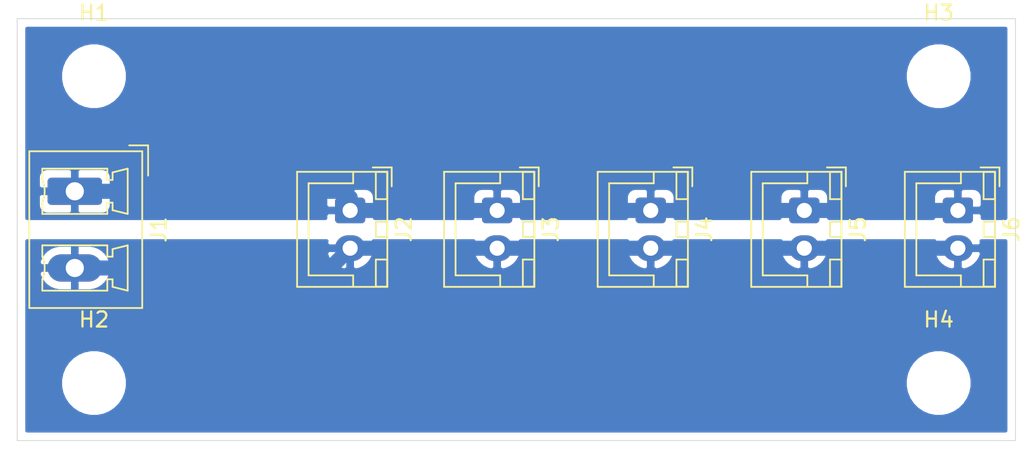
<source format=kicad_pcb>
(kicad_pcb (version 20171130) (host pcbnew 5.1.5)

  (general
    (thickness 1.6)
    (drawings 4)
    (tracks 13)
    (zones 0)
    (modules 10)
    (nets 3)
  )

  (page A4)
  (layers
    (0 F.Cu signal)
    (31 B.Cu signal)
    (32 B.Adhes user)
    (33 F.Adhes user)
    (34 B.Paste user)
    (35 F.Paste user)
    (36 B.SilkS user)
    (37 F.SilkS user)
    (38 B.Mask user)
    (39 F.Mask user)
    (40 Dwgs.User user)
    (41 Cmts.User user)
    (42 Eco1.User user)
    (43 Eco2.User user)
    (44 Edge.Cuts user)
    (45 Margin user)
    (46 B.CrtYd user)
    (47 F.CrtYd user)
    (48 B.Fab user)
    (49 F.Fab user)
  )

  (setup
    (last_trace_width 1)
    (user_trace_width 1)
    (trace_clearance 0.2)
    (zone_clearance 0.508)
    (zone_45_only no)
    (trace_min 0.2)
    (via_size 0.8)
    (via_drill 0.4)
    (via_min_size 0.4)
    (via_min_drill 0.3)
    (uvia_size 0.3)
    (uvia_drill 0.1)
    (uvias_allowed no)
    (uvia_min_size 0.2)
    (uvia_min_drill 0.1)
    (edge_width 0.05)
    (segment_width 0.2)
    (pcb_text_width 0.3)
    (pcb_text_size 1.5 1.5)
    (mod_edge_width 0.12)
    (mod_text_size 1 1)
    (mod_text_width 0.15)
    (pad_size 1.524 1.524)
    (pad_drill 0.762)
    (pad_to_mask_clearance 0.051)
    (solder_mask_min_width 0.25)
    (aux_axis_origin 0 0)
    (visible_elements FFFFFF7F)
    (pcbplotparams
      (layerselection 0x010fc_ffffffff)
      (usegerberextensions false)
      (usegerberattributes false)
      (usegerberadvancedattributes false)
      (creategerberjobfile false)
      (excludeedgelayer true)
      (linewidth 0.100000)
      (plotframeref false)
      (viasonmask false)
      (mode 1)
      (useauxorigin false)
      (hpglpennumber 1)
      (hpglpenspeed 20)
      (hpglpendiameter 15.000000)
      (psnegative false)
      (psa4output false)
      (plotreference true)
      (plotvalue true)
      (plotinvisibletext false)
      (padsonsilk false)
      (subtractmaskfromsilk false)
      (outputformat 1)
      (mirror false)
      (drillshape 0)
      (scaleselection 1)
      (outputdirectory "gerber"))
  )

  (net 0 "")
  (net 1 "Net-(J1-Pad1)")
  (net 2 "Net-(J1-Pad2)")

  (net_class Default "This is the default net class."
    (clearance 0.2)
    (trace_width 0.25)
    (via_dia 0.8)
    (via_drill 0.4)
    (uvia_dia 0.3)
    (uvia_drill 0.1)
    (add_net "Net-(J1-Pad1)")
    (add_net "Net-(J1-Pad2)")
  )

  (module MountingHole:MountingHole_3.2mm_M3 (layer F.Cu) (tedit 56D1B4CB) (tstamp 5DD97317)
    (at 116.84 511.81)
    (descr "Mounting Hole 3.2mm, no annular, M3")
    (tags "mounting hole 3.2mm no annular m3")
    (path /5DD9469D)
    (attr virtual)
    (fp_text reference H1 (at 0 -4.2) (layer F.SilkS)
      (effects (font (size 1 1) (thickness 0.15)))
    )
    (fp_text value MountingHole (at 0 4.2) (layer F.Fab)
      (effects (font (size 1 1) (thickness 0.15)))
    )
    (fp_text user %R (at 0.3 0) (layer F.Fab)
      (effects (font (size 1 1) (thickness 0.15)))
    )
    (fp_circle (center 0 0) (end 3.2 0) (layer Cmts.User) (width 0.15))
    (fp_circle (center 0 0) (end 3.45 0) (layer F.CrtYd) (width 0.05))
    (pad 1 np_thru_hole circle (at 0 0) (size 3.2 3.2) (drill 3.2) (layers *.Cu *.Mask))
  )

  (module MountingHole:MountingHole_3.2mm_M3 (layer F.Cu) (tedit 56D1B4CB) (tstamp 5DD96849)
    (at 116.84 532.13)
    (descr "Mounting Hole 3.2mm, no annular, M3")
    (tags "mounting hole 3.2mm no annular m3")
    (path /5DD9472C)
    (attr virtual)
    (fp_text reference H2 (at 0 -4.2) (layer F.SilkS)
      (effects (font (size 1 1) (thickness 0.15)))
    )
    (fp_text value MountingHole (at 0 4.2) (layer F.Fab)
      (effects (font (size 1 1) (thickness 0.15)))
    )
    (fp_circle (center 0 0) (end 3.45 0) (layer F.CrtYd) (width 0.05))
    (fp_circle (center 0 0) (end 3.2 0) (layer Cmts.User) (width 0.15))
    (fp_text user %R (at 0.3 0) (layer F.Fab)
      (effects (font (size 1 1) (thickness 0.15)))
    )
    (pad 1 np_thru_hole circle (at 0 0) (size 3.2 3.2) (drill 3.2) (layers *.Cu *.Mask))
  )

  (module MountingHole:MountingHole_3.2mm_M3 (layer F.Cu) (tedit 56D1B4CB) (tstamp 5DD972F3)
    (at 172.72 511.81)
    (descr "Mounting Hole 3.2mm, no annular, M3")
    (tags "mounting hole 3.2mm no annular m3")
    (path /5DD947D4)
    (attr virtual)
    (fp_text reference H3 (at 0 -4.2) (layer F.SilkS)
      (effects (font (size 1 1) (thickness 0.15)))
    )
    (fp_text value MountingHole (at 0 4.2) (layer F.Fab)
      (effects (font (size 1 1) (thickness 0.15)))
    )
    (fp_text user %R (at 0.3 0) (layer F.Fab)
      (effects (font (size 1 1) (thickness 0.15)))
    )
    (fp_circle (center 0 0) (end 3.2 0) (layer Cmts.User) (width 0.15))
    (fp_circle (center 0 0) (end 3.45 0) (layer F.CrtYd) (width 0.05))
    (pad 1 np_thru_hole circle (at 0 0) (size 3.2 3.2) (drill 3.2) (layers *.Cu *.Mask))
  )

  (module MountingHole:MountingHole_3.2mm_M3 (layer F.Cu) (tedit 56D1B4CB) (tstamp 5DD96859)
    (at 172.72 532.13)
    (descr "Mounting Hole 3.2mm, no annular, M3")
    (tags "mounting hole 3.2mm no annular m3")
    (path /5DD94890)
    (attr virtual)
    (fp_text reference H4 (at 0 -4.2) (layer F.SilkS)
      (effects (font (size 1 1) (thickness 0.15)))
    )
    (fp_text value MountingHole (at 0 4.2) (layer F.Fab)
      (effects (font (size 1 1) (thickness 0.15)))
    )
    (fp_circle (center 0 0) (end 3.45 0) (layer F.CrtYd) (width 0.05))
    (fp_circle (center 0 0) (end 3.2 0) (layer Cmts.User) (width 0.15))
    (fp_text user %R (at 0.3 0) (layer F.Fab)
      (effects (font (size 1 1) (thickness 0.15)))
    )
    (pad 1 np_thru_hole circle (at 0 0) (size 3.2 3.2) (drill 3.2) (layers *.Cu *.Mask))
  )

  (module Connector_Phoenix_MC_HighVoltage:PhoenixContact_MCV_1,5_2-G-5.08_1x02_P5.08mm_Vertical (layer F.Cu) (tedit 5B784ED3) (tstamp 5DD9688C)
    (at 115.57 519.43 270)
    (descr "Generic Phoenix Contact connector footprint for: MCV_1,5/2-G-5.08; number of pins: 02; pin pitch: 5.08mm; Vertical || order number: 1836299 8A 320V")
    (tags "phoenix_contact connector MCV_01x02_G_5.08mm")
    (path /5DD9717C)
    (fp_text reference J1 (at 2.54 -5.55 90) (layer F.SilkS)
      (effects (font (size 1 1) (thickness 0.15)))
    )
    (fp_text value Conn_01x02 (at 2.54 4.1 90) (layer F.Fab)
      (effects (font (size 1 1) (thickness 0.15)))
    )
    (fp_arc (start 0 3.85) (end -0.75 2.15) (angle 47.6) (layer F.SilkS) (width 0.12))
    (fp_arc (start 5.08 3.85) (end 4.33 2.15) (angle 47.6) (layer F.SilkS) (width 0.12))
    (fp_line (start -2.65 -4.46) (end -2.65 3.01) (layer F.SilkS) (width 0.12))
    (fp_line (start -2.65 3.01) (end 7.73 3.01) (layer F.SilkS) (width 0.12))
    (fp_line (start 7.73 3.01) (end 7.73 -4.46) (layer F.SilkS) (width 0.12))
    (fp_line (start 7.73 -4.46) (end -2.65 -4.46) (layer F.SilkS) (width 0.12))
    (fp_line (start -2.54 -4.35) (end -2.54 2.9) (layer F.Fab) (width 0.1))
    (fp_line (start -2.54 2.9) (end 7.62 2.9) (layer F.Fab) (width 0.1))
    (fp_line (start 7.62 2.9) (end 7.62 -4.35) (layer F.Fab) (width 0.1))
    (fp_line (start 7.62 -4.35) (end -2.54 -4.35) (layer F.Fab) (width 0.1))
    (fp_line (start -0.75 2.15) (end -1.5 2.15) (layer F.SilkS) (width 0.12))
    (fp_line (start -1.5 2.15) (end -1.5 -2.15) (layer F.SilkS) (width 0.12))
    (fp_line (start -1.5 -2.15) (end -0.75 -2.15) (layer F.SilkS) (width 0.12))
    (fp_line (start -0.75 -2.15) (end -0.75 -2.5) (layer F.SilkS) (width 0.12))
    (fp_line (start -0.75 -2.5) (end -1.25 -2.5) (layer F.SilkS) (width 0.12))
    (fp_line (start -1.25 -2.5) (end -1.5 -3.5) (layer F.SilkS) (width 0.12))
    (fp_line (start -1.5 -3.5) (end 1.5 -3.5) (layer F.SilkS) (width 0.12))
    (fp_line (start 1.5 -3.5) (end 1.25 -2.5) (layer F.SilkS) (width 0.12))
    (fp_line (start 1.25 -2.5) (end 0.75 -2.5) (layer F.SilkS) (width 0.12))
    (fp_line (start 0.75 -2.5) (end 0.75 -2.15) (layer F.SilkS) (width 0.12))
    (fp_line (start 0.75 -2.15) (end 1.5 -2.15) (layer F.SilkS) (width 0.12))
    (fp_line (start 1.5 -2.15) (end 1.5 2.15) (layer F.SilkS) (width 0.12))
    (fp_line (start 1.5 2.15) (end 0.75 2.15) (layer F.SilkS) (width 0.12))
    (fp_line (start 4.33 2.15) (end 3.58 2.15) (layer F.SilkS) (width 0.12))
    (fp_line (start 3.58 2.15) (end 3.58 -2.15) (layer F.SilkS) (width 0.12))
    (fp_line (start 3.58 -2.15) (end 4.33 -2.15) (layer F.SilkS) (width 0.12))
    (fp_line (start 4.33 -2.15) (end 4.33 -2.5) (layer F.SilkS) (width 0.12))
    (fp_line (start 4.33 -2.5) (end 3.83 -2.5) (layer F.SilkS) (width 0.12))
    (fp_line (start 3.83 -2.5) (end 3.58 -3.5) (layer F.SilkS) (width 0.12))
    (fp_line (start 3.58 -3.5) (end 6.58 -3.5) (layer F.SilkS) (width 0.12))
    (fp_line (start 6.58 -3.5) (end 6.33 -2.5) (layer F.SilkS) (width 0.12))
    (fp_line (start 6.33 -2.5) (end 5.83 -2.5) (layer F.SilkS) (width 0.12))
    (fp_line (start 5.83 -2.5) (end 5.83 -2.15) (layer F.SilkS) (width 0.12))
    (fp_line (start 5.83 -2.15) (end 6.58 -2.15) (layer F.SilkS) (width 0.12))
    (fp_line (start 6.58 -2.15) (end 6.58 2.15) (layer F.SilkS) (width 0.12))
    (fp_line (start 6.58 2.15) (end 5.83 2.15) (layer F.SilkS) (width 0.12))
    (fp_line (start -3.04 -4.85) (end -3.04 3.4) (layer F.CrtYd) (width 0.05))
    (fp_line (start -3.04 3.4) (end 8.12 3.4) (layer F.CrtYd) (width 0.05))
    (fp_line (start 8.12 3.4) (end 8.12 -4.85) (layer F.CrtYd) (width 0.05))
    (fp_line (start 8.12 -4.85) (end -3.04 -4.85) (layer F.CrtYd) (width 0.05))
    (fp_line (start -3.04 -3.6) (end -3.04 -4.85) (layer F.SilkS) (width 0.12))
    (fp_line (start -3.04 -4.85) (end -1.04 -4.85) (layer F.SilkS) (width 0.12))
    (fp_line (start -3.04 -3.6) (end -3.04 -4.85) (layer F.Fab) (width 0.1))
    (fp_line (start -3.04 -4.85) (end -1.04 -4.85) (layer F.Fab) (width 0.1))
    (fp_text user %R (at 2.54 -3.65 90) (layer F.Fab)
      (effects (font (size 1 1) (thickness 0.15)))
    )
    (pad 1 thru_hole roundrect (at 0 0 270) (size 1.8 3.6) (drill 1.2) (layers *.Cu *.Mask) (roundrect_rratio 0.138889)
      (net 1 "Net-(J1-Pad1)"))
    (pad 2 thru_hole oval (at 5.08 0 270) (size 1.8 3.6) (drill 1.2) (layers *.Cu *.Mask)
      (net 2 "Net-(J1-Pad2)"))
    (model ${KISYS3DMOD}/Connector_Phoenix_MC_HighVoltage.3dshapes/PhoenixContact_MCV_1,5_2-G-5.08_1x02_P5.08mm_Vertical.wrl
      (at (xyz 0 0 0))
      (scale (xyz 1 1 1))
      (rotate (xyz 0 0 0))
    )
  )

  (module Connector_JST:JST_XH_B02B-XH-A_1x02_P2.50mm_Vertical (layer F.Cu) (tedit 5B7754C5) (tstamp 5DD968B5)
    (at 133.785001 520.7 270)
    (descr "JST XH series connector, B02B-XH-A (http://www.jst-mfg.com/product/pdf/eng/eXH.pdf), generated with kicad-footprint-generator")
    (tags "connector JST XH side entry")
    (path /5DD94AA1)
    (fp_text reference J2 (at 1.25 -3.55 90) (layer F.SilkS)
      (effects (font (size 1 1) (thickness 0.15)))
    )
    (fp_text value Conn_01x02 (at 1.25 4.6 90) (layer F.Fab)
      (effects (font (size 1 1) (thickness 0.15)))
    )
    (fp_line (start -2.45 -2.35) (end -2.45 3.4) (layer F.Fab) (width 0.1))
    (fp_line (start -2.45 3.4) (end 4.95 3.4) (layer F.Fab) (width 0.1))
    (fp_line (start 4.95 3.4) (end 4.95 -2.35) (layer F.Fab) (width 0.1))
    (fp_line (start 4.95 -2.35) (end -2.45 -2.35) (layer F.Fab) (width 0.1))
    (fp_line (start -2.56 -2.46) (end -2.56 3.51) (layer F.SilkS) (width 0.12))
    (fp_line (start -2.56 3.51) (end 5.06 3.51) (layer F.SilkS) (width 0.12))
    (fp_line (start 5.06 3.51) (end 5.06 -2.46) (layer F.SilkS) (width 0.12))
    (fp_line (start 5.06 -2.46) (end -2.56 -2.46) (layer F.SilkS) (width 0.12))
    (fp_line (start -2.95 -2.85) (end -2.95 3.9) (layer F.CrtYd) (width 0.05))
    (fp_line (start -2.95 3.9) (end 5.45 3.9) (layer F.CrtYd) (width 0.05))
    (fp_line (start 5.45 3.9) (end 5.45 -2.85) (layer F.CrtYd) (width 0.05))
    (fp_line (start 5.45 -2.85) (end -2.95 -2.85) (layer F.CrtYd) (width 0.05))
    (fp_line (start -0.625 -2.35) (end 0 -1.35) (layer F.Fab) (width 0.1))
    (fp_line (start 0 -1.35) (end 0.625 -2.35) (layer F.Fab) (width 0.1))
    (fp_line (start 0.75 -2.45) (end 0.75 -1.7) (layer F.SilkS) (width 0.12))
    (fp_line (start 0.75 -1.7) (end 1.75 -1.7) (layer F.SilkS) (width 0.12))
    (fp_line (start 1.75 -1.7) (end 1.75 -2.45) (layer F.SilkS) (width 0.12))
    (fp_line (start 1.75 -2.45) (end 0.75 -2.45) (layer F.SilkS) (width 0.12))
    (fp_line (start -2.55 -2.45) (end -2.55 -1.7) (layer F.SilkS) (width 0.12))
    (fp_line (start -2.55 -1.7) (end -0.75 -1.7) (layer F.SilkS) (width 0.12))
    (fp_line (start -0.75 -1.7) (end -0.75 -2.45) (layer F.SilkS) (width 0.12))
    (fp_line (start -0.75 -2.45) (end -2.55 -2.45) (layer F.SilkS) (width 0.12))
    (fp_line (start 3.25 -2.45) (end 3.25 -1.7) (layer F.SilkS) (width 0.12))
    (fp_line (start 3.25 -1.7) (end 5.05 -1.7) (layer F.SilkS) (width 0.12))
    (fp_line (start 5.05 -1.7) (end 5.05 -2.45) (layer F.SilkS) (width 0.12))
    (fp_line (start 5.05 -2.45) (end 3.25 -2.45) (layer F.SilkS) (width 0.12))
    (fp_line (start -2.55 -0.2) (end -1.8 -0.2) (layer F.SilkS) (width 0.12))
    (fp_line (start -1.8 -0.2) (end -1.8 2.75) (layer F.SilkS) (width 0.12))
    (fp_line (start -1.8 2.75) (end 1.25 2.75) (layer F.SilkS) (width 0.12))
    (fp_line (start 5.05 -0.2) (end 4.3 -0.2) (layer F.SilkS) (width 0.12))
    (fp_line (start 4.3 -0.2) (end 4.3 2.75) (layer F.SilkS) (width 0.12))
    (fp_line (start 4.3 2.75) (end 1.25 2.75) (layer F.SilkS) (width 0.12))
    (fp_line (start -1.6 -2.75) (end -2.85 -2.75) (layer F.SilkS) (width 0.12))
    (fp_line (start -2.85 -2.75) (end -2.85 -1.5) (layer F.SilkS) (width 0.12))
    (fp_text user %R (at 1.25 2.7 90) (layer F.Fab)
      (effects (font (size 1 1) (thickness 0.15)))
    )
    (pad 1 thru_hole roundrect (at 0 0 270) (size 1.7 2) (drill 1) (layers *.Cu *.Mask) (roundrect_rratio 0.147059)
      (net 1 "Net-(J1-Pad1)"))
    (pad 2 thru_hole oval (at 2.5 0 270) (size 1.7 2) (drill 1) (layers *.Cu *.Mask)
      (net 2 "Net-(J1-Pad2)"))
    (model ${KISYS3DMOD}/Connector_JST.3dshapes/JST_XH_B02B-XH-A_1x02_P2.50mm_Vertical.wrl
      (at (xyz 0 0 0))
      (scale (xyz 1 1 1))
      (rotate (xyz 0 0 0))
    )
  )

  (module Connector_JST:JST_XH_B02B-XH-A_1x02_P2.50mm_Vertical (layer F.Cu) (tedit 5B7754C5) (tstamp 5DD968DE)
    (at 143.51 520.7 270)
    (descr "JST XH series connector, B02B-XH-A (http://www.jst-mfg.com/product/pdf/eng/eXH.pdf), generated with kicad-footprint-generator")
    (tags "connector JST XH side entry")
    (path /5DD953CC)
    (fp_text reference J3 (at 1.25 -3.55 90) (layer F.SilkS)
      (effects (font (size 1 1) (thickness 0.15)))
    )
    (fp_text value Conn_01x02 (at 1.25 4.6 90) (layer F.Fab)
      (effects (font (size 1 1) (thickness 0.15)))
    )
    (fp_text user %R (at 1.25 2.7 90) (layer F.Fab)
      (effects (font (size 1 1) (thickness 0.15)))
    )
    (fp_line (start -2.85 -2.75) (end -2.85 -1.5) (layer F.SilkS) (width 0.12))
    (fp_line (start -1.6 -2.75) (end -2.85 -2.75) (layer F.SilkS) (width 0.12))
    (fp_line (start 4.3 2.75) (end 1.25 2.75) (layer F.SilkS) (width 0.12))
    (fp_line (start 4.3 -0.2) (end 4.3 2.75) (layer F.SilkS) (width 0.12))
    (fp_line (start 5.05 -0.2) (end 4.3 -0.2) (layer F.SilkS) (width 0.12))
    (fp_line (start -1.8 2.75) (end 1.25 2.75) (layer F.SilkS) (width 0.12))
    (fp_line (start -1.8 -0.2) (end -1.8 2.75) (layer F.SilkS) (width 0.12))
    (fp_line (start -2.55 -0.2) (end -1.8 -0.2) (layer F.SilkS) (width 0.12))
    (fp_line (start 5.05 -2.45) (end 3.25 -2.45) (layer F.SilkS) (width 0.12))
    (fp_line (start 5.05 -1.7) (end 5.05 -2.45) (layer F.SilkS) (width 0.12))
    (fp_line (start 3.25 -1.7) (end 5.05 -1.7) (layer F.SilkS) (width 0.12))
    (fp_line (start 3.25 -2.45) (end 3.25 -1.7) (layer F.SilkS) (width 0.12))
    (fp_line (start -0.75 -2.45) (end -2.55 -2.45) (layer F.SilkS) (width 0.12))
    (fp_line (start -0.75 -1.7) (end -0.75 -2.45) (layer F.SilkS) (width 0.12))
    (fp_line (start -2.55 -1.7) (end -0.75 -1.7) (layer F.SilkS) (width 0.12))
    (fp_line (start -2.55 -2.45) (end -2.55 -1.7) (layer F.SilkS) (width 0.12))
    (fp_line (start 1.75 -2.45) (end 0.75 -2.45) (layer F.SilkS) (width 0.12))
    (fp_line (start 1.75 -1.7) (end 1.75 -2.45) (layer F.SilkS) (width 0.12))
    (fp_line (start 0.75 -1.7) (end 1.75 -1.7) (layer F.SilkS) (width 0.12))
    (fp_line (start 0.75 -2.45) (end 0.75 -1.7) (layer F.SilkS) (width 0.12))
    (fp_line (start 0 -1.35) (end 0.625 -2.35) (layer F.Fab) (width 0.1))
    (fp_line (start -0.625 -2.35) (end 0 -1.35) (layer F.Fab) (width 0.1))
    (fp_line (start 5.45 -2.85) (end -2.95 -2.85) (layer F.CrtYd) (width 0.05))
    (fp_line (start 5.45 3.9) (end 5.45 -2.85) (layer F.CrtYd) (width 0.05))
    (fp_line (start -2.95 3.9) (end 5.45 3.9) (layer F.CrtYd) (width 0.05))
    (fp_line (start -2.95 -2.85) (end -2.95 3.9) (layer F.CrtYd) (width 0.05))
    (fp_line (start 5.06 -2.46) (end -2.56 -2.46) (layer F.SilkS) (width 0.12))
    (fp_line (start 5.06 3.51) (end 5.06 -2.46) (layer F.SilkS) (width 0.12))
    (fp_line (start -2.56 3.51) (end 5.06 3.51) (layer F.SilkS) (width 0.12))
    (fp_line (start -2.56 -2.46) (end -2.56 3.51) (layer F.SilkS) (width 0.12))
    (fp_line (start 4.95 -2.35) (end -2.45 -2.35) (layer F.Fab) (width 0.1))
    (fp_line (start 4.95 3.4) (end 4.95 -2.35) (layer F.Fab) (width 0.1))
    (fp_line (start -2.45 3.4) (end 4.95 3.4) (layer F.Fab) (width 0.1))
    (fp_line (start -2.45 -2.35) (end -2.45 3.4) (layer F.Fab) (width 0.1))
    (pad 2 thru_hole oval (at 2.5 0 270) (size 1.7 2) (drill 1) (layers *.Cu *.Mask)
      (net 2 "Net-(J1-Pad2)"))
    (pad 1 thru_hole roundrect (at 0 0 270) (size 1.7 2) (drill 1) (layers *.Cu *.Mask) (roundrect_rratio 0.147059)
      (net 1 "Net-(J1-Pad1)"))
    (model ${KISYS3DMOD}/Connector_JST.3dshapes/JST_XH_B02B-XH-A_1x02_P2.50mm_Vertical.wrl
      (at (xyz 0 0 0))
      (scale (xyz 1 1 1))
      (rotate (xyz 0 0 0))
    )
  )

  (module Connector_JST:JST_XH_B02B-XH-A_1x02_P2.50mm_Vertical (layer F.Cu) (tedit 5B7754C5) (tstamp 5DD96907)
    (at 153.67 520.7 270)
    (descr "JST XH series connector, B02B-XH-A (http://www.jst-mfg.com/product/pdf/eng/eXH.pdf), generated with kicad-footprint-generator")
    (tags "connector JST XH side entry")
    (path /5DD955B0)
    (fp_text reference J4 (at 1.25 -3.55 90) (layer F.SilkS)
      (effects (font (size 1 1) (thickness 0.15)))
    )
    (fp_text value Conn_01x02 (at 1.25 4.6 90) (layer F.Fab)
      (effects (font (size 1 1) (thickness 0.15)))
    )
    (fp_line (start -2.45 -2.35) (end -2.45 3.4) (layer F.Fab) (width 0.1))
    (fp_line (start -2.45 3.4) (end 4.95 3.4) (layer F.Fab) (width 0.1))
    (fp_line (start 4.95 3.4) (end 4.95 -2.35) (layer F.Fab) (width 0.1))
    (fp_line (start 4.95 -2.35) (end -2.45 -2.35) (layer F.Fab) (width 0.1))
    (fp_line (start -2.56 -2.46) (end -2.56 3.51) (layer F.SilkS) (width 0.12))
    (fp_line (start -2.56 3.51) (end 5.06 3.51) (layer F.SilkS) (width 0.12))
    (fp_line (start 5.06 3.51) (end 5.06 -2.46) (layer F.SilkS) (width 0.12))
    (fp_line (start 5.06 -2.46) (end -2.56 -2.46) (layer F.SilkS) (width 0.12))
    (fp_line (start -2.95 -2.85) (end -2.95 3.9) (layer F.CrtYd) (width 0.05))
    (fp_line (start -2.95 3.9) (end 5.45 3.9) (layer F.CrtYd) (width 0.05))
    (fp_line (start 5.45 3.9) (end 5.45 -2.85) (layer F.CrtYd) (width 0.05))
    (fp_line (start 5.45 -2.85) (end -2.95 -2.85) (layer F.CrtYd) (width 0.05))
    (fp_line (start -0.625 -2.35) (end 0 -1.35) (layer F.Fab) (width 0.1))
    (fp_line (start 0 -1.35) (end 0.625 -2.35) (layer F.Fab) (width 0.1))
    (fp_line (start 0.75 -2.45) (end 0.75 -1.7) (layer F.SilkS) (width 0.12))
    (fp_line (start 0.75 -1.7) (end 1.75 -1.7) (layer F.SilkS) (width 0.12))
    (fp_line (start 1.75 -1.7) (end 1.75 -2.45) (layer F.SilkS) (width 0.12))
    (fp_line (start 1.75 -2.45) (end 0.75 -2.45) (layer F.SilkS) (width 0.12))
    (fp_line (start -2.55 -2.45) (end -2.55 -1.7) (layer F.SilkS) (width 0.12))
    (fp_line (start -2.55 -1.7) (end -0.75 -1.7) (layer F.SilkS) (width 0.12))
    (fp_line (start -0.75 -1.7) (end -0.75 -2.45) (layer F.SilkS) (width 0.12))
    (fp_line (start -0.75 -2.45) (end -2.55 -2.45) (layer F.SilkS) (width 0.12))
    (fp_line (start 3.25 -2.45) (end 3.25 -1.7) (layer F.SilkS) (width 0.12))
    (fp_line (start 3.25 -1.7) (end 5.05 -1.7) (layer F.SilkS) (width 0.12))
    (fp_line (start 5.05 -1.7) (end 5.05 -2.45) (layer F.SilkS) (width 0.12))
    (fp_line (start 5.05 -2.45) (end 3.25 -2.45) (layer F.SilkS) (width 0.12))
    (fp_line (start -2.55 -0.2) (end -1.8 -0.2) (layer F.SilkS) (width 0.12))
    (fp_line (start -1.8 -0.2) (end -1.8 2.75) (layer F.SilkS) (width 0.12))
    (fp_line (start -1.8 2.75) (end 1.25 2.75) (layer F.SilkS) (width 0.12))
    (fp_line (start 5.05 -0.2) (end 4.3 -0.2) (layer F.SilkS) (width 0.12))
    (fp_line (start 4.3 -0.2) (end 4.3 2.75) (layer F.SilkS) (width 0.12))
    (fp_line (start 4.3 2.75) (end 1.25 2.75) (layer F.SilkS) (width 0.12))
    (fp_line (start -1.6 -2.75) (end -2.85 -2.75) (layer F.SilkS) (width 0.12))
    (fp_line (start -2.85 -2.75) (end -2.85 -1.5) (layer F.SilkS) (width 0.12))
    (fp_text user %R (at 1.25 2.7 90) (layer F.Fab)
      (effects (font (size 1 1) (thickness 0.15)))
    )
    (pad 1 thru_hole roundrect (at 0 0 270) (size 1.7 2) (drill 1) (layers *.Cu *.Mask) (roundrect_rratio 0.147059)
      (net 1 "Net-(J1-Pad1)"))
    (pad 2 thru_hole oval (at 2.5 0 270) (size 1.7 2) (drill 1) (layers *.Cu *.Mask)
      (net 2 "Net-(J1-Pad2)"))
    (model ${KISYS3DMOD}/Connector_JST.3dshapes/JST_XH_B02B-XH-A_1x02_P2.50mm_Vertical.wrl
      (at (xyz 0 0 0))
      (scale (xyz 1 1 1))
      (rotate (xyz 0 0 0))
    )
  )

  (module Connector_JST:JST_XH_B02B-XH-A_1x02_P2.50mm_Vertical (layer F.Cu) (tedit 5B7754C5) (tstamp 5DD96930)
    (at 163.83 520.7 270)
    (descr "JST XH series connector, B02B-XH-A (http://www.jst-mfg.com/product/pdf/eng/eXH.pdf), generated with kicad-footprint-generator")
    (tags "connector JST XH side entry")
    (path /5DD958E4)
    (fp_text reference J5 (at 1.25 -3.55 90) (layer F.SilkS)
      (effects (font (size 1 1) (thickness 0.15)))
    )
    (fp_text value Conn_01x02 (at 1.25 4.6 90) (layer F.Fab)
      (effects (font (size 1 1) (thickness 0.15)))
    )
    (fp_text user %R (at 1.25 2.7 90) (layer F.Fab)
      (effects (font (size 1 1) (thickness 0.15)))
    )
    (fp_line (start -2.85 -2.75) (end -2.85 -1.5) (layer F.SilkS) (width 0.12))
    (fp_line (start -1.6 -2.75) (end -2.85 -2.75) (layer F.SilkS) (width 0.12))
    (fp_line (start 4.3 2.75) (end 1.25 2.75) (layer F.SilkS) (width 0.12))
    (fp_line (start 4.3 -0.2) (end 4.3 2.75) (layer F.SilkS) (width 0.12))
    (fp_line (start 5.05 -0.2) (end 4.3 -0.2) (layer F.SilkS) (width 0.12))
    (fp_line (start -1.8 2.75) (end 1.25 2.75) (layer F.SilkS) (width 0.12))
    (fp_line (start -1.8 -0.2) (end -1.8 2.75) (layer F.SilkS) (width 0.12))
    (fp_line (start -2.55 -0.2) (end -1.8 -0.2) (layer F.SilkS) (width 0.12))
    (fp_line (start 5.05 -2.45) (end 3.25 -2.45) (layer F.SilkS) (width 0.12))
    (fp_line (start 5.05 -1.7) (end 5.05 -2.45) (layer F.SilkS) (width 0.12))
    (fp_line (start 3.25 -1.7) (end 5.05 -1.7) (layer F.SilkS) (width 0.12))
    (fp_line (start 3.25 -2.45) (end 3.25 -1.7) (layer F.SilkS) (width 0.12))
    (fp_line (start -0.75 -2.45) (end -2.55 -2.45) (layer F.SilkS) (width 0.12))
    (fp_line (start -0.75 -1.7) (end -0.75 -2.45) (layer F.SilkS) (width 0.12))
    (fp_line (start -2.55 -1.7) (end -0.75 -1.7) (layer F.SilkS) (width 0.12))
    (fp_line (start -2.55 -2.45) (end -2.55 -1.7) (layer F.SilkS) (width 0.12))
    (fp_line (start 1.75 -2.45) (end 0.75 -2.45) (layer F.SilkS) (width 0.12))
    (fp_line (start 1.75 -1.7) (end 1.75 -2.45) (layer F.SilkS) (width 0.12))
    (fp_line (start 0.75 -1.7) (end 1.75 -1.7) (layer F.SilkS) (width 0.12))
    (fp_line (start 0.75 -2.45) (end 0.75 -1.7) (layer F.SilkS) (width 0.12))
    (fp_line (start 0 -1.35) (end 0.625 -2.35) (layer F.Fab) (width 0.1))
    (fp_line (start -0.625 -2.35) (end 0 -1.35) (layer F.Fab) (width 0.1))
    (fp_line (start 5.45 -2.85) (end -2.95 -2.85) (layer F.CrtYd) (width 0.05))
    (fp_line (start 5.45 3.9) (end 5.45 -2.85) (layer F.CrtYd) (width 0.05))
    (fp_line (start -2.95 3.9) (end 5.45 3.9) (layer F.CrtYd) (width 0.05))
    (fp_line (start -2.95 -2.85) (end -2.95 3.9) (layer F.CrtYd) (width 0.05))
    (fp_line (start 5.06 -2.46) (end -2.56 -2.46) (layer F.SilkS) (width 0.12))
    (fp_line (start 5.06 3.51) (end 5.06 -2.46) (layer F.SilkS) (width 0.12))
    (fp_line (start -2.56 3.51) (end 5.06 3.51) (layer F.SilkS) (width 0.12))
    (fp_line (start -2.56 -2.46) (end -2.56 3.51) (layer F.SilkS) (width 0.12))
    (fp_line (start 4.95 -2.35) (end -2.45 -2.35) (layer F.Fab) (width 0.1))
    (fp_line (start 4.95 3.4) (end 4.95 -2.35) (layer F.Fab) (width 0.1))
    (fp_line (start -2.45 3.4) (end 4.95 3.4) (layer F.Fab) (width 0.1))
    (fp_line (start -2.45 -2.35) (end -2.45 3.4) (layer F.Fab) (width 0.1))
    (pad 2 thru_hole oval (at 2.5 0 270) (size 1.7 2) (drill 1) (layers *.Cu *.Mask)
      (net 2 "Net-(J1-Pad2)"))
    (pad 1 thru_hole roundrect (at 0 0 270) (size 1.7 2) (drill 1) (layers *.Cu *.Mask) (roundrect_rratio 0.147059)
      (net 1 "Net-(J1-Pad1)"))
    (model ${KISYS3DMOD}/Connector_JST.3dshapes/JST_XH_B02B-XH-A_1x02_P2.50mm_Vertical.wrl
      (at (xyz 0 0 0))
      (scale (xyz 1 1 1))
      (rotate (xyz 0 0 0))
    )
  )

  (module Connector_JST:JST_XH_B02B-XH-A_1x02_P2.50mm_Vertical (layer F.Cu) (tedit 5B7754C5) (tstamp 5DD96959)
    (at 173.99 520.7 270)
    (descr "JST XH series connector, B02B-XH-A (http://www.jst-mfg.com/product/pdf/eng/eXH.pdf), generated with kicad-footprint-generator")
    (tags "connector JST XH side entry")
    (path /5DD95B10)
    (fp_text reference J6 (at 1.25 -3.55 90) (layer F.SilkS)
      (effects (font (size 1 1) (thickness 0.15)))
    )
    (fp_text value Conn_01x02 (at 1.25 4.6 90) (layer F.Fab)
      (effects (font (size 1 1) (thickness 0.15)))
    )
    (fp_line (start -2.45 -2.35) (end -2.45 3.4) (layer F.Fab) (width 0.1))
    (fp_line (start -2.45 3.4) (end 4.95 3.4) (layer F.Fab) (width 0.1))
    (fp_line (start 4.95 3.4) (end 4.95 -2.35) (layer F.Fab) (width 0.1))
    (fp_line (start 4.95 -2.35) (end -2.45 -2.35) (layer F.Fab) (width 0.1))
    (fp_line (start -2.56 -2.46) (end -2.56 3.51) (layer F.SilkS) (width 0.12))
    (fp_line (start -2.56 3.51) (end 5.06 3.51) (layer F.SilkS) (width 0.12))
    (fp_line (start 5.06 3.51) (end 5.06 -2.46) (layer F.SilkS) (width 0.12))
    (fp_line (start 5.06 -2.46) (end -2.56 -2.46) (layer F.SilkS) (width 0.12))
    (fp_line (start -2.95 -2.85) (end -2.95 3.9) (layer F.CrtYd) (width 0.05))
    (fp_line (start -2.95 3.9) (end 5.45 3.9) (layer F.CrtYd) (width 0.05))
    (fp_line (start 5.45 3.9) (end 5.45 -2.85) (layer F.CrtYd) (width 0.05))
    (fp_line (start 5.45 -2.85) (end -2.95 -2.85) (layer F.CrtYd) (width 0.05))
    (fp_line (start -0.625 -2.35) (end 0 -1.35) (layer F.Fab) (width 0.1))
    (fp_line (start 0 -1.35) (end 0.625 -2.35) (layer F.Fab) (width 0.1))
    (fp_line (start 0.75 -2.45) (end 0.75 -1.7) (layer F.SilkS) (width 0.12))
    (fp_line (start 0.75 -1.7) (end 1.75 -1.7) (layer F.SilkS) (width 0.12))
    (fp_line (start 1.75 -1.7) (end 1.75 -2.45) (layer F.SilkS) (width 0.12))
    (fp_line (start 1.75 -2.45) (end 0.75 -2.45) (layer F.SilkS) (width 0.12))
    (fp_line (start -2.55 -2.45) (end -2.55 -1.7) (layer F.SilkS) (width 0.12))
    (fp_line (start -2.55 -1.7) (end -0.75 -1.7) (layer F.SilkS) (width 0.12))
    (fp_line (start -0.75 -1.7) (end -0.75 -2.45) (layer F.SilkS) (width 0.12))
    (fp_line (start -0.75 -2.45) (end -2.55 -2.45) (layer F.SilkS) (width 0.12))
    (fp_line (start 3.25 -2.45) (end 3.25 -1.7) (layer F.SilkS) (width 0.12))
    (fp_line (start 3.25 -1.7) (end 5.05 -1.7) (layer F.SilkS) (width 0.12))
    (fp_line (start 5.05 -1.7) (end 5.05 -2.45) (layer F.SilkS) (width 0.12))
    (fp_line (start 5.05 -2.45) (end 3.25 -2.45) (layer F.SilkS) (width 0.12))
    (fp_line (start -2.55 -0.2) (end -1.8 -0.2) (layer F.SilkS) (width 0.12))
    (fp_line (start -1.8 -0.2) (end -1.8 2.75) (layer F.SilkS) (width 0.12))
    (fp_line (start -1.8 2.75) (end 1.25 2.75) (layer F.SilkS) (width 0.12))
    (fp_line (start 5.05 -0.2) (end 4.3 -0.2) (layer F.SilkS) (width 0.12))
    (fp_line (start 4.3 -0.2) (end 4.3 2.75) (layer F.SilkS) (width 0.12))
    (fp_line (start 4.3 2.75) (end 1.25 2.75) (layer F.SilkS) (width 0.12))
    (fp_line (start -1.6 -2.75) (end -2.85 -2.75) (layer F.SilkS) (width 0.12))
    (fp_line (start -2.85 -2.75) (end -2.85 -1.5) (layer F.SilkS) (width 0.12))
    (fp_text user %R (at 1.25 2.7 90) (layer F.Fab)
      (effects (font (size 1 1) (thickness 0.15)))
    )
    (pad 1 thru_hole roundrect (at 0 0 270) (size 1.7 2) (drill 1) (layers *.Cu *.Mask) (roundrect_rratio 0.147059)
      (net 1 "Net-(J1-Pad1)"))
    (pad 2 thru_hole oval (at 2.5 0 270) (size 1.7 2) (drill 1) (layers *.Cu *.Mask)
      (net 2 "Net-(J1-Pad2)"))
    (model ${KISYS3DMOD}/Connector_JST.3dshapes/JST_XH_B02B-XH-A_1x02_P2.50mm_Vertical.wrl
      (at (xyz 0 0 0))
      (scale (xyz 1 1 1))
      (rotate (xyz 0 0 0))
    )
  )

  (gr_line (start 111.76 535.94) (end 111.76 508) (layer Edge.Cuts) (width 0.05) (tstamp 5DD97325))
  (gr_line (start 177.8 535.94) (end 111.76 535.94) (layer Edge.Cuts) (width 0.05))
  (gr_line (start 177.8 508) (end 177.8 535.94) (layer Edge.Cuts) (width 0.05))
  (gr_line (start 111.76 508) (end 177.8 508) (layer Edge.Cuts) (width 0.05))

  (segment (start 133.785001 519.85) (end 133.785001 520.7) (width 1) (layer B.Cu) (net 1))
  (segment (start 133.365001 519.43) (end 133.785001 519.85) (width 1) (layer B.Cu) (net 1))
  (segment (start 115.57 519.43) (end 133.365001 519.43) (width 1) (layer B.Cu) (net 1))
  (segment (start 133.785001 520.7) (end 143.51 520.7) (width 1) (layer B.Cu) (net 1))
  (segment (start 143.51 520.7) (end 153.67 520.7) (width 1) (layer B.Cu) (net 1))
  (segment (start 153.67 520.7) (end 163.83 520.7) (width 1) (layer B.Cu) (net 1))
  (segment (start 163.83 520.7) (end 173.99 520.7) (width 1) (layer B.Cu) (net 1))
  (segment (start 132.475001 524.51) (end 133.785001 523.2) (width 1) (layer B.Cu) (net 2))
  (segment (start 115.57 524.51) (end 132.475001 524.51) (width 1) (layer B.Cu) (net 2))
  (segment (start 133.785001 523.2) (end 143.51 523.2) (width 1) (layer B.Cu) (net 2))
  (segment (start 143.51 523.2) (end 153.67 523.2) (width 1) (layer B.Cu) (net 2))
  (segment (start 153.67 523.2) (end 163.83 523.2) (width 1) (layer B.Cu) (net 2))
  (segment (start 163.83 523.2) (end 173.99 523.2) (width 1) (layer B.Cu) (net 2))

  (zone (net 2) (net_name "Net-(J1-Pad2)") (layer B.Cu) (tstamp 5DD97373) (hatch edge 0.508)
    (connect_pads (clearance 0.508))
    (min_thickness 0.254)
    (fill yes (arc_segments 32) (thermal_gap 0.508) (thermal_bridge_width 0.508))
    (polygon
      (pts
        (xy 177.8 535.94) (xy 111.76 535.94) (xy 111.76 522.605) (xy 177.8 522.605)
      )
    )
    (filled_polygon
      (pts
        (xy 132.195447 522.830739) (xy 132.193525 522.84311) (xy 132.314846 523.073) (xy 133.658001 523.073) (xy 133.658001 523.053)
        (xy 133.912001 523.053) (xy 133.912001 523.073) (xy 135.255156 523.073) (xy 135.376477 522.84311) (xy 135.374555 522.830739)
        (xy 135.338594 522.732) (xy 141.956407 522.732) (xy 141.920446 522.830739) (xy 141.918524 522.84311) (xy 142.039845 523.073)
        (xy 143.383 523.073) (xy 143.383 523.053) (xy 143.637 523.053) (xy 143.637 523.073) (xy 144.980155 523.073)
        (xy 145.101476 522.84311) (xy 145.099554 522.830739) (xy 145.063593 522.732) (xy 152.116407 522.732) (xy 152.080446 522.830739)
        (xy 152.078524 522.84311) (xy 152.199845 523.073) (xy 153.543 523.073) (xy 153.543 523.053) (xy 153.797 523.053)
        (xy 153.797 523.073) (xy 155.140155 523.073) (xy 155.261476 522.84311) (xy 155.259554 522.830739) (xy 155.223593 522.732)
        (xy 162.276407 522.732) (xy 162.240446 522.830739) (xy 162.238524 522.84311) (xy 162.359845 523.073) (xy 163.703 523.073)
        (xy 163.703 523.053) (xy 163.957 523.053) (xy 163.957 523.073) (xy 165.300155 523.073) (xy 165.421476 522.84311)
        (xy 165.419554 522.830739) (xy 165.383593 522.732) (xy 172.436407 522.732) (xy 172.400446 522.830739) (xy 172.398524 522.84311)
        (xy 172.519845 523.073) (xy 173.863 523.073) (xy 173.863 523.053) (xy 174.117 523.053) (xy 174.117 523.073)
        (xy 175.460155 523.073) (xy 175.581476 522.84311) (xy 175.579554 522.830739) (xy 175.543593 522.732) (xy 177.140001 522.732)
        (xy 177.140001 535.28) (xy 112.42 535.28) (xy 112.42 531.909872) (xy 114.605 531.909872) (xy 114.605 532.350128)
        (xy 114.69089 532.781925) (xy 114.859369 533.188669) (xy 115.103962 533.554729) (xy 115.415271 533.866038) (xy 115.781331 534.110631)
        (xy 116.188075 534.27911) (xy 116.619872 534.365) (xy 117.060128 534.365) (xy 117.491925 534.27911) (xy 117.898669 534.110631)
        (xy 118.264729 533.866038) (xy 118.576038 533.554729) (xy 118.820631 533.188669) (xy 118.98911 532.781925) (xy 119.075 532.350128)
        (xy 119.075 531.909872) (xy 170.485 531.909872) (xy 170.485 532.350128) (xy 170.57089 532.781925) (xy 170.739369 533.188669)
        (xy 170.983962 533.554729) (xy 171.295271 533.866038) (xy 171.661331 534.110631) (xy 172.068075 534.27911) (xy 172.499872 534.365)
        (xy 172.940128 534.365) (xy 173.371925 534.27911) (xy 173.778669 534.110631) (xy 174.144729 533.866038) (xy 174.456038 533.554729)
        (xy 174.700631 533.188669) (xy 174.86911 532.781925) (xy 174.955 532.350128) (xy 174.955 531.909872) (xy 174.86911 531.478075)
        (xy 174.700631 531.071331) (xy 174.456038 530.705271) (xy 174.144729 530.393962) (xy 173.778669 530.149369) (xy 173.371925 529.98089)
        (xy 172.940128 529.895) (xy 172.499872 529.895) (xy 172.068075 529.98089) (xy 171.661331 530.149369) (xy 171.295271 530.393962)
        (xy 170.983962 530.705271) (xy 170.739369 531.071331) (xy 170.57089 531.478075) (xy 170.485 531.909872) (xy 119.075 531.909872)
        (xy 118.98911 531.478075) (xy 118.820631 531.071331) (xy 118.576038 530.705271) (xy 118.264729 530.393962) (xy 117.898669 530.149369)
        (xy 117.491925 529.98089) (xy 117.060128 529.895) (xy 116.619872 529.895) (xy 116.188075 529.98089) (xy 115.781331 530.149369)
        (xy 115.415271 530.393962) (xy 115.103962 530.705271) (xy 114.859369 531.071331) (xy 114.69089 531.478075) (xy 114.605 531.909872)
        (xy 112.42 531.909872) (xy 112.42 524.87474) (xy 113.178964 524.87474) (xy 113.203245 524.980087) (xy 113.323138 525.257204)
        (xy 113.49479 525.505606) (xy 113.711604 525.715748) (xy 113.965249 525.879554) (xy 114.245977 525.990729) (xy 114.543 526.045)
        (xy 115.443 526.045) (xy 115.443 524.637) (xy 115.697 524.637) (xy 115.697 526.045) (xy 116.597 526.045)
        (xy 116.894023 525.990729) (xy 117.174751 525.879554) (xy 117.428396 525.715748) (xy 117.64521 525.505606) (xy 117.816862 525.257204)
        (xy 117.936755 524.980087) (xy 117.961036 524.87474) (xy 117.840378 524.637) (xy 115.697 524.637) (xy 115.443 524.637)
        (xy 113.299622 524.637) (xy 113.178964 524.87474) (xy 112.42 524.87474) (xy 112.42 524.14526) (xy 113.178964 524.14526)
        (xy 113.299622 524.383) (xy 115.443 524.383) (xy 115.443 522.975) (xy 115.697 522.975) (xy 115.697 524.383)
        (xy 117.840378 524.383) (xy 117.961036 524.14526) (xy 117.936755 524.039913) (xy 117.816862 523.762796) (xy 117.674576 523.55689)
        (xy 132.193525 523.55689) (xy 132.195447 523.569261) (xy 132.295147 523.843009) (xy 132.446337 524.092046) (xy 132.643206 524.306802)
        (xy 132.878189 524.479025) (xy 133.142256 524.602096) (xy 133.425259 524.671285) (xy 133.658001 524.527232) (xy 133.658001 523.327)
        (xy 133.912001 523.327) (xy 133.912001 524.527232) (xy 134.144743 524.671285) (xy 134.427746 524.602096) (xy 134.691813 524.479025)
        (xy 134.926796 524.306802) (xy 135.123665 524.092046) (xy 135.274855 523.843009) (xy 135.374555 523.569261) (xy 135.376477 523.55689)
        (xy 141.918524 523.55689) (xy 141.920446 523.569261) (xy 142.020146 523.843009) (xy 142.171336 524.092046) (xy 142.368205 524.306802)
        (xy 142.603188 524.479025) (xy 142.867255 524.602096) (xy 143.150258 524.671285) (xy 143.383 524.527232) (xy 143.383 523.327)
        (xy 143.637 523.327) (xy 143.637 524.527232) (xy 143.869742 524.671285) (xy 144.152745 524.602096) (xy 144.416812 524.479025)
        (xy 144.651795 524.306802) (xy 144.848664 524.092046) (xy 144.999854 523.843009) (xy 145.099554 523.569261) (xy 145.101476 523.55689)
        (xy 152.078524 523.55689) (xy 152.080446 523.569261) (xy 152.180146 523.843009) (xy 152.331336 524.092046) (xy 152.528205 524.306802)
        (xy 152.763188 524.479025) (xy 153.027255 524.602096) (xy 153.310258 524.671285) (xy 153.543 524.527232) (xy 153.543 523.327)
        (xy 153.797 523.327) (xy 153.797 524.527232) (xy 154.029742 524.671285) (xy 154.312745 524.602096) (xy 154.576812 524.479025)
        (xy 154.811795 524.306802) (xy 155.008664 524.092046) (xy 155.159854 523.843009) (xy 155.259554 523.569261) (xy 155.261476 523.55689)
        (xy 162.238524 523.55689) (xy 162.240446 523.569261) (xy 162.340146 523.843009) (xy 162.491336 524.092046) (xy 162.688205 524.306802)
        (xy 162.923188 524.479025) (xy 163.187255 524.602096) (xy 163.470258 524.671285) (xy 163.703 524.527232) (xy 163.703 523.327)
        (xy 163.957 523.327) (xy 163.957 524.527232) (xy 164.189742 524.671285) (xy 164.472745 524.602096) (xy 164.736812 524.479025)
        (xy 164.971795 524.306802) (xy 165.168664 524.092046) (xy 165.319854 523.843009) (xy 165.419554 523.569261) (xy 165.421476 523.55689)
        (xy 172.398524 523.55689) (xy 172.400446 523.569261) (xy 172.500146 523.843009) (xy 172.651336 524.092046) (xy 172.848205 524.306802)
        (xy 173.083188 524.479025) (xy 173.347255 524.602096) (xy 173.630258 524.671285) (xy 173.863 524.527232) (xy 173.863 523.327)
        (xy 174.117 523.327) (xy 174.117 524.527232) (xy 174.349742 524.671285) (xy 174.632745 524.602096) (xy 174.896812 524.479025)
        (xy 175.131795 524.306802) (xy 175.328664 524.092046) (xy 175.479854 523.843009) (xy 175.579554 523.569261) (xy 175.581476 523.55689)
        (xy 175.460155 523.327) (xy 174.117 523.327) (xy 173.863 523.327) (xy 172.519845 523.327) (xy 172.398524 523.55689)
        (xy 165.421476 523.55689) (xy 165.300155 523.327) (xy 163.957 523.327) (xy 163.703 523.327) (xy 162.359845 523.327)
        (xy 162.238524 523.55689) (xy 155.261476 523.55689) (xy 155.140155 523.327) (xy 153.797 523.327) (xy 153.543 523.327)
        (xy 152.199845 523.327) (xy 152.078524 523.55689) (xy 145.101476 523.55689) (xy 144.980155 523.327) (xy 143.637 523.327)
        (xy 143.383 523.327) (xy 142.039845 523.327) (xy 141.918524 523.55689) (xy 135.376477 523.55689) (xy 135.255156 523.327)
        (xy 133.912001 523.327) (xy 133.658001 523.327) (xy 132.314846 523.327) (xy 132.193525 523.55689) (xy 117.674576 523.55689)
        (xy 117.64521 523.514394) (xy 117.428396 523.304252) (xy 117.174751 523.140446) (xy 116.894023 523.029271) (xy 116.597 522.975)
        (xy 115.697 522.975) (xy 115.443 522.975) (xy 114.543 522.975) (xy 114.245977 523.029271) (xy 113.965249 523.140446)
        (xy 113.711604 523.304252) (xy 113.49479 523.514394) (xy 113.323138 523.762796) (xy 113.203245 524.039913) (xy 113.178964 524.14526)
        (xy 112.42 524.14526) (xy 112.42 522.732) (xy 132.231408 522.732)
      )
    )
  )
  (zone (net 1) (net_name "Net-(J1-Pad1)") (layer B.Cu) (tstamp 5DD97370) (hatch edge 0.508)
    (connect_pads (clearance 0.508))
    (min_thickness 0.254)
    (fill yes (arc_segments 32) (thermal_gap 0.508) (thermal_bridge_width 0.508))
    (polygon
      (pts
        (xy 177.8 521.335) (xy 111.76 521.335) (xy 111.76 508) (xy 177.8 508)
      )
    )
    (filled_polygon
      (pts
        (xy 177.14 521.208) (xy 175.62621 521.208) (xy 175.625 520.98575) (xy 175.46625 520.827) (xy 174.117 520.827)
        (xy 174.117 520.847) (xy 173.863 520.847) (xy 173.863 520.827) (xy 172.51375 520.827) (xy 172.355 520.98575)
        (xy 172.35379 521.208) (xy 165.46621 521.208) (xy 165.465 520.98575) (xy 165.30625 520.827) (xy 163.957 520.827)
        (xy 163.957 520.847) (xy 163.703 520.847) (xy 163.703 520.827) (xy 162.35375 520.827) (xy 162.195 520.98575)
        (xy 162.19379 521.208) (xy 155.30621 521.208) (xy 155.305 520.98575) (xy 155.14625 520.827) (xy 153.797 520.827)
        (xy 153.797 520.847) (xy 153.543 520.847) (xy 153.543 520.827) (xy 152.19375 520.827) (xy 152.035 520.98575)
        (xy 152.03379 521.208) (xy 145.14621 521.208) (xy 145.145 520.98575) (xy 144.98625 520.827) (xy 143.637 520.827)
        (xy 143.637 520.847) (xy 143.383 520.847) (xy 143.383 520.827) (xy 142.03375 520.827) (xy 141.875 520.98575)
        (xy 141.87379 521.208) (xy 135.421211 521.208) (xy 135.420001 520.98575) (xy 135.261251 520.827) (xy 133.912001 520.827)
        (xy 133.912001 520.847) (xy 133.658001 520.847) (xy 133.658001 520.827) (xy 132.308751 520.827) (xy 132.150001 520.98575)
        (xy 132.148791 521.208) (xy 112.42 521.208) (xy 112.42 520.33) (xy 113.131928 520.33) (xy 113.144188 520.454482)
        (xy 113.180498 520.57418) (xy 113.239463 520.684494) (xy 113.318815 520.781185) (xy 113.415506 520.860537) (xy 113.52582 520.919502)
        (xy 113.645518 520.955812) (xy 113.77 520.968072) (xy 115.28425 520.965) (xy 115.443 520.80625) (xy 115.443 519.557)
        (xy 115.697 519.557) (xy 115.697 520.80625) (xy 115.85575 520.965) (xy 117.37 520.968072) (xy 117.494482 520.955812)
        (xy 117.61418 520.919502) (xy 117.724494 520.860537) (xy 117.821185 520.781185) (xy 117.900537 520.684494) (xy 117.959502 520.57418)
        (xy 117.995812 520.454482) (xy 118.008072 520.33) (xy 118.005672 519.85) (xy 132.146929 519.85) (xy 132.150001 520.41425)
        (xy 132.308751 520.573) (xy 133.658001 520.573) (xy 133.658001 519.37375) (xy 133.912001 519.37375) (xy 133.912001 520.573)
        (xy 135.261251 520.573) (xy 135.420001 520.41425) (xy 135.423073 519.85) (xy 141.871928 519.85) (xy 141.875 520.41425)
        (xy 142.03375 520.573) (xy 143.383 520.573) (xy 143.383 519.37375) (xy 143.637 519.37375) (xy 143.637 520.573)
        (xy 144.98625 520.573) (xy 145.145 520.41425) (xy 145.148072 519.85) (xy 152.031928 519.85) (xy 152.035 520.41425)
        (xy 152.19375 520.573) (xy 153.543 520.573) (xy 153.543 519.37375) (xy 153.797 519.37375) (xy 153.797 520.573)
        (xy 155.14625 520.573) (xy 155.305 520.41425) (xy 155.308072 519.85) (xy 162.191928 519.85) (xy 162.195 520.41425)
        (xy 162.35375 520.573) (xy 163.703 520.573) (xy 163.703 519.37375) (xy 163.957 519.37375) (xy 163.957 520.573)
        (xy 165.30625 520.573) (xy 165.465 520.41425) (xy 165.468072 519.85) (xy 172.351928 519.85) (xy 172.355 520.41425)
        (xy 172.51375 520.573) (xy 173.863 520.573) (xy 173.863 519.37375) (xy 174.117 519.37375) (xy 174.117 520.573)
        (xy 175.46625 520.573) (xy 175.625 520.41425) (xy 175.628072 519.85) (xy 175.615812 519.725518) (xy 175.579502 519.60582)
        (xy 175.520537 519.495506) (xy 175.441185 519.398815) (xy 175.344494 519.319463) (xy 175.23418 519.260498) (xy 175.114482 519.224188)
        (xy 174.99 519.211928) (xy 174.27575 519.215) (xy 174.117 519.37375) (xy 173.863 519.37375) (xy 173.70425 519.215)
        (xy 172.99 519.211928) (xy 172.865518 519.224188) (xy 172.74582 519.260498) (xy 172.635506 519.319463) (xy 172.538815 519.398815)
        (xy 172.459463 519.495506) (xy 172.400498 519.60582) (xy 172.364188 519.725518) (xy 172.351928 519.85) (xy 165.468072 519.85)
        (xy 165.455812 519.725518) (xy 165.419502 519.60582) (xy 165.360537 519.495506) (xy 165.281185 519.398815) (xy 165.184494 519.319463)
        (xy 165.07418 519.260498) (xy 164.954482 519.224188) (xy 164.83 519.211928) (xy 164.11575 519.215) (xy 163.957 519.37375)
        (xy 163.703 519.37375) (xy 163.54425 519.215) (xy 162.83 519.211928) (xy 162.705518 519.224188) (xy 162.58582 519.260498)
        (xy 162.475506 519.319463) (xy 162.378815 519.398815) (xy 162.299463 519.495506) (xy 162.240498 519.60582) (xy 162.204188 519.725518)
        (xy 162.191928 519.85) (xy 155.308072 519.85) (xy 155.295812 519.725518) (xy 155.259502 519.60582) (xy 155.200537 519.495506)
        (xy 155.121185 519.398815) (xy 155.024494 519.319463) (xy 154.91418 519.260498) (xy 154.794482 519.224188) (xy 154.67 519.211928)
        (xy 153.95575 519.215) (xy 153.797 519.37375) (xy 153.543 519.37375) (xy 153.38425 519.215) (xy 152.67 519.211928)
        (xy 152.545518 519.224188) (xy 152.42582 519.260498) (xy 152.315506 519.319463) (xy 152.218815 519.398815) (xy 152.139463 519.495506)
        (xy 152.080498 519.60582) (xy 152.044188 519.725518) (xy 152.031928 519.85) (xy 145.148072 519.85) (xy 145.135812 519.725518)
        (xy 145.099502 519.60582) (xy 145.040537 519.495506) (xy 144.961185 519.398815) (xy 144.864494 519.319463) (xy 144.75418 519.260498)
        (xy 144.634482 519.224188) (xy 144.51 519.211928) (xy 143.79575 519.215) (xy 143.637 519.37375) (xy 143.383 519.37375)
        (xy 143.22425 519.215) (xy 142.51 519.211928) (xy 142.385518 519.224188) (xy 142.26582 519.260498) (xy 142.155506 519.319463)
        (xy 142.058815 519.398815) (xy 141.979463 519.495506) (xy 141.920498 519.60582) (xy 141.884188 519.725518) (xy 141.871928 519.85)
        (xy 135.423073 519.85) (xy 135.410813 519.725518) (xy 135.374503 519.60582) (xy 135.315538 519.495506) (xy 135.236186 519.398815)
        (xy 135.139495 519.319463) (xy 135.029181 519.260498) (xy 134.909483 519.224188) (xy 134.785001 519.211928) (xy 134.070751 519.215)
        (xy 133.912001 519.37375) (xy 133.658001 519.37375) (xy 133.499251 519.215) (xy 132.785001 519.211928) (xy 132.660519 519.224188)
        (xy 132.540821 519.260498) (xy 132.430507 519.319463) (xy 132.333816 519.398815) (xy 132.254464 519.495506) (xy 132.195499 519.60582)
        (xy 132.159189 519.725518) (xy 132.146929 519.85) (xy 118.005672 519.85) (xy 118.005 519.71575) (xy 117.84625 519.557)
        (xy 115.697 519.557) (xy 115.443 519.557) (xy 113.29375 519.557) (xy 113.135 519.71575) (xy 113.131928 520.33)
        (xy 112.42 520.33) (xy 112.42 518.53) (xy 113.131928 518.53) (xy 113.135 519.14425) (xy 113.29375 519.303)
        (xy 115.443 519.303) (xy 115.443 518.05375) (xy 115.697 518.05375) (xy 115.697 519.303) (xy 117.84625 519.303)
        (xy 118.005 519.14425) (xy 118.008072 518.53) (xy 117.995812 518.405518) (xy 117.959502 518.28582) (xy 117.900537 518.175506)
        (xy 117.821185 518.078815) (xy 117.724494 517.999463) (xy 117.61418 517.940498) (xy 117.494482 517.904188) (xy 117.37 517.891928)
        (xy 115.85575 517.895) (xy 115.697 518.05375) (xy 115.443 518.05375) (xy 115.28425 517.895) (xy 113.77 517.891928)
        (xy 113.645518 517.904188) (xy 113.52582 517.940498) (xy 113.415506 517.999463) (xy 113.318815 518.078815) (xy 113.239463 518.175506)
        (xy 113.180498 518.28582) (xy 113.144188 518.405518) (xy 113.131928 518.53) (xy 112.42 518.53) (xy 112.42 511.589872)
        (xy 114.605 511.589872) (xy 114.605 512.030128) (xy 114.69089 512.461925) (xy 114.859369 512.868669) (xy 115.103962 513.234729)
        (xy 115.415271 513.546038) (xy 115.781331 513.790631) (xy 116.188075 513.95911) (xy 116.619872 514.045) (xy 117.060128 514.045)
        (xy 117.491925 513.95911) (xy 117.898669 513.790631) (xy 118.264729 513.546038) (xy 118.576038 513.234729) (xy 118.820631 512.868669)
        (xy 118.98911 512.461925) (xy 119.075 512.030128) (xy 119.075 511.589872) (xy 170.485 511.589872) (xy 170.485 512.030128)
        (xy 170.57089 512.461925) (xy 170.739369 512.868669) (xy 170.983962 513.234729) (xy 171.295271 513.546038) (xy 171.661331 513.790631)
        (xy 172.068075 513.95911) (xy 172.499872 514.045) (xy 172.940128 514.045) (xy 173.371925 513.95911) (xy 173.778669 513.790631)
        (xy 174.144729 513.546038) (xy 174.456038 513.234729) (xy 174.700631 512.868669) (xy 174.86911 512.461925) (xy 174.955 512.030128)
        (xy 174.955 511.589872) (xy 174.86911 511.158075) (xy 174.700631 510.751331) (xy 174.456038 510.385271) (xy 174.144729 510.073962)
        (xy 173.778669 509.829369) (xy 173.371925 509.66089) (xy 172.940128 509.575) (xy 172.499872 509.575) (xy 172.068075 509.66089)
        (xy 171.661331 509.829369) (xy 171.295271 510.073962) (xy 170.983962 510.385271) (xy 170.739369 510.751331) (xy 170.57089 511.158075)
        (xy 170.485 511.589872) (xy 119.075 511.589872) (xy 118.98911 511.158075) (xy 118.820631 510.751331) (xy 118.576038 510.385271)
        (xy 118.264729 510.073962) (xy 117.898669 509.829369) (xy 117.491925 509.66089) (xy 117.060128 509.575) (xy 116.619872 509.575)
        (xy 116.188075 509.66089) (xy 115.781331 509.829369) (xy 115.415271 510.073962) (xy 115.103962 510.385271) (xy 114.859369 510.751331)
        (xy 114.69089 511.158075) (xy 114.605 511.589872) (xy 112.42 511.589872) (xy 112.42 508.66) (xy 177.14 508.66)
      )
    )
  )
)

</source>
